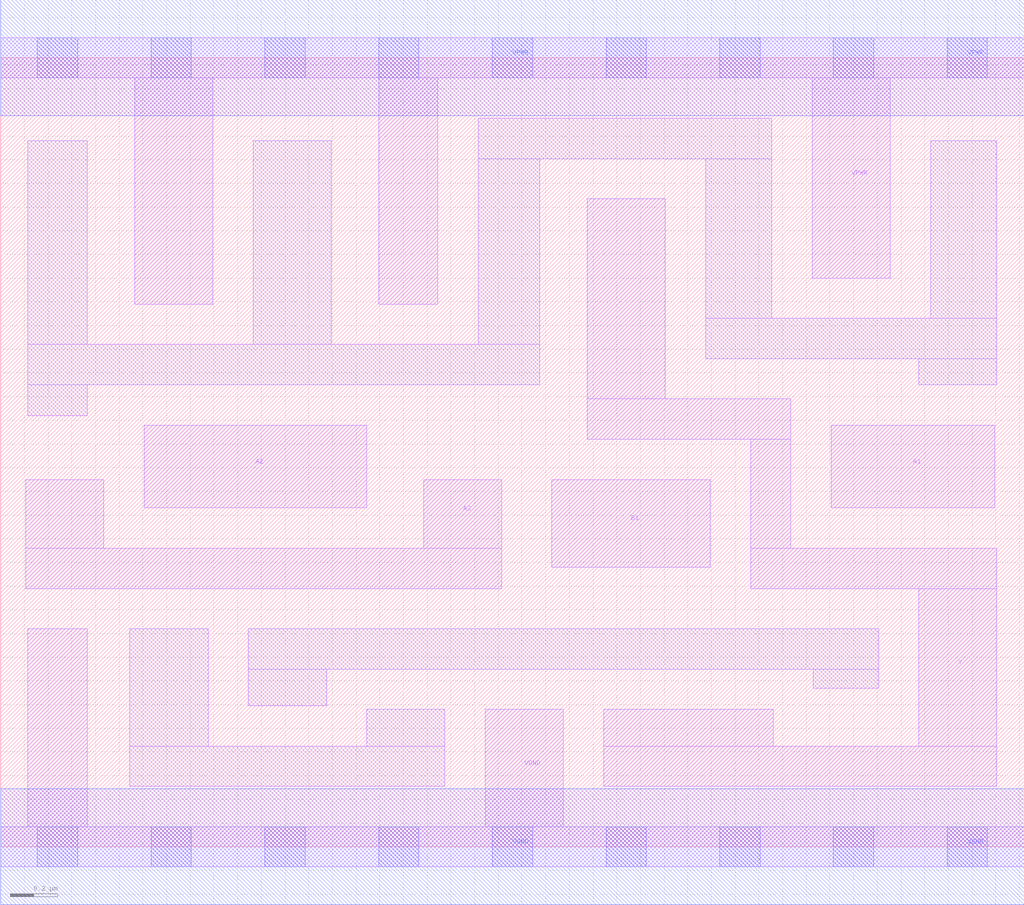
<source format=lef>
# Copyright 2020 The SkyWater PDK Authors
#
# Licensed under the Apache License, Version 2.0 (the "License");
# you may not use this file except in compliance with the License.
# You may obtain a copy of the License at
#
#     https://www.apache.org/licenses/LICENSE-2.0
#
# Unless required by applicable law or agreed to in writing, software
# distributed under the License is distributed on an "AS IS" BASIS,
# WITHOUT WARRANTIES OR CONDITIONS OF ANY KIND, either express or implied.
# See the License for the specific language governing permissions and
# limitations under the License.
#
# SPDX-License-Identifier: Apache-2.0

VERSION 5.7 ;
  NAMESCASESENSITIVE ON ;
  NOWIREEXTENSIONATPIN ON ;
  DIVIDERCHAR "/" ;
  BUSBITCHARS "[]" ;
UNITS
  DATABASE MICRONS 200 ;
END UNITS
MACRO sky130_fd_sc_ls__a31oi_2
  CLASS CORE ;
  SOURCE USER ;
  FOREIGN sky130_fd_sc_ls__a31oi_2 ;
  ORIGIN  0.000000  0.000000 ;
  SIZE  4.320000 BY  3.330000 ;
  SYMMETRY X Y ;
  SITE unit ;
  PIN A1
    ANTENNAGATEAREA  0.558000 ;
    DIRECTION INPUT ;
    USE SIGNAL ;
    PORT
      LAYER li1 ;
        RECT 3.505000 1.430000 4.195000 1.780000 ;
    END
  END A1
  PIN A2
    ANTENNAGATEAREA  0.558000 ;
    DIRECTION INPUT ;
    USE SIGNAL ;
    PORT
      LAYER li1 ;
        RECT 0.605000 1.430000 1.545000 1.780000 ;
    END
  END A2
  PIN A3
    ANTENNAGATEAREA  0.558000 ;
    DIRECTION INPUT ;
    USE SIGNAL ;
    PORT
      LAYER li1 ;
        RECT 0.105000 1.090000 2.115000 1.260000 ;
        RECT 0.105000 1.260000 0.435000 1.550000 ;
        RECT 1.785000 1.260000 2.115000 1.550000 ;
    END
  END A3
  PIN B1
    ANTENNAGATEAREA  0.447000 ;
    DIRECTION INPUT ;
    USE SIGNAL ;
    PORT
      LAYER li1 ;
        RECT 2.325000 1.180000 2.995000 1.550000 ;
    END
  END B1
  PIN Y
    ANTENNADIFFAREA  1.090800 ;
    DIRECTION OUTPUT ;
    USE SIGNAL ;
    PORT
      LAYER li1 ;
        RECT 2.475000 1.720000 3.335000 1.890000 ;
        RECT 2.475000 1.890000 2.805000 2.735000 ;
        RECT 2.545000 0.255000 4.205000 0.425000 ;
        RECT 2.545000 0.425000 3.260000 0.580000 ;
        RECT 3.165000 1.090000 4.205000 1.260000 ;
        RECT 3.165000 1.260000 3.335000 1.720000 ;
        RECT 3.875000 0.425000 4.205000 1.090000 ;
    END
  END Y
  PIN VGND
    DIRECTION INOUT ;
    SHAPE ABUTMENT ;
    USE GROUND ;
    PORT
      LAYER li1 ;
        RECT 0.000000 -0.085000 4.320000 0.085000 ;
        RECT 0.115000  0.085000 0.365000 0.920000 ;
        RECT 2.045000  0.085000 2.375000 0.580000 ;
      LAYER mcon ;
        RECT 0.155000 -0.085000 0.325000 0.085000 ;
        RECT 0.635000 -0.085000 0.805000 0.085000 ;
        RECT 1.115000 -0.085000 1.285000 0.085000 ;
        RECT 1.595000 -0.085000 1.765000 0.085000 ;
        RECT 2.075000 -0.085000 2.245000 0.085000 ;
        RECT 2.555000 -0.085000 2.725000 0.085000 ;
        RECT 3.035000 -0.085000 3.205000 0.085000 ;
        RECT 3.515000 -0.085000 3.685000 0.085000 ;
        RECT 3.995000 -0.085000 4.165000 0.085000 ;
      LAYER met1 ;
        RECT 0.000000 -0.245000 4.320000 0.245000 ;
    END
  END VGND
  PIN VPWR
    DIRECTION INOUT ;
    SHAPE ABUTMENT ;
    USE POWER ;
    PORT
      LAYER li1 ;
        RECT 0.000000 3.245000 4.320000 3.415000 ;
        RECT 0.565000 2.290000 0.895000 3.245000 ;
        RECT 1.595000 2.290000 1.845000 3.245000 ;
        RECT 3.425000 2.400000 3.755000 3.245000 ;
      LAYER mcon ;
        RECT 0.155000 3.245000 0.325000 3.415000 ;
        RECT 0.635000 3.245000 0.805000 3.415000 ;
        RECT 1.115000 3.245000 1.285000 3.415000 ;
        RECT 1.595000 3.245000 1.765000 3.415000 ;
        RECT 2.075000 3.245000 2.245000 3.415000 ;
        RECT 2.555000 3.245000 2.725000 3.415000 ;
        RECT 3.035000 3.245000 3.205000 3.415000 ;
        RECT 3.515000 3.245000 3.685000 3.415000 ;
        RECT 3.995000 3.245000 4.165000 3.415000 ;
      LAYER met1 ;
        RECT 0.000000 3.085000 4.320000 3.575000 ;
    END
  END VPWR
  OBS
    LAYER li1 ;
      RECT 0.115000 1.820000 0.365000 1.950000 ;
      RECT 0.115000 1.950000 2.275000 2.120000 ;
      RECT 0.115000 2.120000 0.365000 2.980000 ;
      RECT 0.545000 0.255000 1.875000 0.425000 ;
      RECT 0.545000 0.425000 0.875000 0.920000 ;
      RECT 1.045000 0.595000 1.375000 0.750000 ;
      RECT 1.045000 0.750000 3.705000 0.920000 ;
      RECT 1.065000 2.120000 1.395000 2.980000 ;
      RECT 1.545000 0.425000 1.875000 0.580000 ;
      RECT 2.015000 2.120000 2.275000 2.905000 ;
      RECT 2.015000 2.905000 3.255000 3.075000 ;
      RECT 2.975000 2.060000 4.205000 2.230000 ;
      RECT 2.975000 2.230000 3.255000 2.905000 ;
      RECT 3.430000 0.670000 3.705000 0.750000 ;
      RECT 3.875000 1.950000 4.205000 2.060000 ;
      RECT 3.925000 2.230000 4.205000 2.980000 ;
  END
END sky130_fd_sc_ls__a31oi_2

</source>
